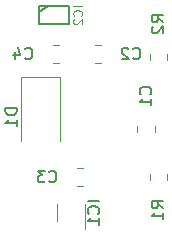
<source format=gbr>
%TF.GenerationSoftware,KiCad,Pcbnew,6.0.11+dfsg-1~bpo11+1*%
%TF.CreationDate,2023-05-28T01:06:14+00:00*%
%TF.ProjectId,ACOMP01,41434f4d-5030-4312-9e6b-696361645f70,rev?*%
%TF.SameCoordinates,Original*%
%TF.FileFunction,Legend,Bot*%
%TF.FilePolarity,Positive*%
%FSLAX46Y46*%
G04 Gerber Fmt 4.6, Leading zero omitted, Abs format (unit mm)*
G04 Created by KiCad (PCBNEW 6.0.11+dfsg-1~bpo11+1) date 2023-05-28 01:06:14*
%MOMM*%
%LPD*%
G01*
G04 APERTURE LIST*
%ADD10C,0.150000*%
%ADD11C,0.076200*%
%ADD12C,0.120000*%
G04 APERTURE END LIST*
D10*
%TO.C,C1*%
X15851142Y17184667D02*
X15898761Y17232286D01*
X15946380Y17375143D01*
X15946380Y17470381D01*
X15898761Y17613239D01*
X15803523Y17708477D01*
X15708285Y17756096D01*
X15517809Y17803715D01*
X15374952Y17803715D01*
X15184476Y17756096D01*
X15089238Y17708477D01*
X14994000Y17613239D01*
X14946380Y17470381D01*
X14946380Y17375143D01*
X14994000Y17232286D01*
X15041619Y17184667D01*
X15946380Y16232286D02*
X15946380Y16803715D01*
X15946380Y16518000D02*
X14946380Y16518000D01*
X15089238Y16613239D01*
X15184476Y16708477D01*
X15232095Y16803715D01*
%TO.C,D1*%
X4556380Y15978096D02*
X3556380Y15978096D01*
X3556380Y15740000D01*
X3604000Y15597143D01*
X3699238Y15501905D01*
X3794476Y15454286D01*
X3984952Y15406667D01*
X4127809Y15406667D01*
X4318285Y15454286D01*
X4413523Y15501905D01*
X4508761Y15597143D01*
X4556380Y15740000D01*
X4556380Y15978096D01*
X4556380Y14454286D02*
X4556380Y15025715D01*
X4556380Y14740000D02*
X3556380Y14740000D01*
X3699238Y14835239D01*
X3794476Y14930477D01*
X3842095Y15025715D01*
%TO.C,C4*%
X5246666Y20216858D02*
X5294285Y20169239D01*
X5437142Y20121620D01*
X5532380Y20121620D01*
X5675238Y20169239D01*
X5770476Y20264477D01*
X5818095Y20359715D01*
X5865714Y20550191D01*
X5865714Y20693048D01*
X5818095Y20883524D01*
X5770476Y20978762D01*
X5675238Y21074000D01*
X5532380Y21121620D01*
X5437142Y21121620D01*
X5294285Y21074000D01*
X5246666Y21026381D01*
X4389523Y20788286D02*
X4389523Y20121620D01*
X4627619Y21169239D02*
X4865714Y20454953D01*
X4246666Y20454953D01*
%TO.C,C3*%
X7278666Y9802858D02*
X7326285Y9755239D01*
X7469142Y9707620D01*
X7564380Y9707620D01*
X7707238Y9755239D01*
X7802476Y9850477D01*
X7850095Y9945715D01*
X7897714Y10136191D01*
X7897714Y10279048D01*
X7850095Y10469524D01*
X7802476Y10564762D01*
X7707238Y10660000D01*
X7564380Y10707620D01*
X7469142Y10707620D01*
X7326285Y10660000D01*
X7278666Y10612381D01*
X6945333Y10707620D02*
X6326285Y10707620D01*
X6659619Y10326667D01*
X6516761Y10326667D01*
X6421523Y10279048D01*
X6373904Y10231429D01*
X6326285Y10136191D01*
X6326285Y9898096D01*
X6373904Y9802858D01*
X6421523Y9755239D01*
X6516761Y9707620D01*
X6802476Y9707620D01*
X6897714Y9755239D01*
X6945333Y9802858D01*
%TO.C,R2*%
X16962380Y23280667D02*
X16486190Y23614000D01*
X16962380Y23852096D02*
X15962380Y23852096D01*
X15962380Y23471143D01*
X16010000Y23375905D01*
X16057619Y23328286D01*
X16152857Y23280667D01*
X16295714Y23280667D01*
X16390952Y23328286D01*
X16438571Y23375905D01*
X16486190Y23471143D01*
X16486190Y23852096D01*
X16057619Y22899715D02*
X16010000Y22852096D01*
X15962380Y22756858D01*
X15962380Y22518762D01*
X16010000Y22423524D01*
X16057619Y22375905D01*
X16152857Y22328286D01*
X16248095Y22328286D01*
X16390952Y22375905D01*
X16962380Y22947334D01*
X16962380Y22328286D01*
%TO.C,C2*%
X14390666Y20216858D02*
X14438285Y20169239D01*
X14581142Y20121620D01*
X14676380Y20121620D01*
X14819238Y20169239D01*
X14914476Y20264477D01*
X14962095Y20359715D01*
X15009714Y20550191D01*
X15009714Y20693048D01*
X14962095Y20883524D01*
X14914476Y20978762D01*
X14819238Y21074000D01*
X14676380Y21121620D01*
X14581142Y21121620D01*
X14438285Y21074000D01*
X14390666Y21026381D01*
X14009714Y21026381D02*
X13962095Y21074000D01*
X13866857Y21121620D01*
X13628761Y21121620D01*
X13533523Y21074000D01*
X13485904Y21026381D01*
X13438285Y20931143D01*
X13438285Y20835905D01*
X13485904Y20693048D01*
X14057333Y20121620D01*
X13438285Y20121620D01*
D11*
%TO.C,IC2*%
X10090694Y24619858D02*
X9328694Y24619858D01*
X10018122Y23821572D02*
X10054408Y23857858D01*
X10090694Y23966715D01*
X10090694Y24039286D01*
X10054408Y24148143D01*
X9981837Y24220715D01*
X9909265Y24257000D01*
X9764122Y24293286D01*
X9655265Y24293286D01*
X9510122Y24257000D01*
X9437551Y24220715D01*
X9364980Y24148143D01*
X9328694Y24039286D01*
X9328694Y23966715D01*
X9364980Y23857858D01*
X9401265Y23821572D01*
X9401265Y23531286D02*
X9364980Y23495000D01*
X9328694Y23422429D01*
X9328694Y23241000D01*
X9364980Y23168429D01*
X9401265Y23132143D01*
X9473837Y23095858D01*
X9546408Y23095858D01*
X9655265Y23132143D01*
X10090694Y23567572D01*
X10090694Y23095858D01*
D10*
%TO.C,IC1*%
X11546380Y8113591D02*
X10546380Y8113591D01*
X11451142Y7065972D02*
X11498761Y7113591D01*
X11546380Y7256448D01*
X11546380Y7351686D01*
X11498761Y7494543D01*
X11403523Y7589781D01*
X11308285Y7637400D01*
X11117809Y7685020D01*
X10974952Y7685020D01*
X10784476Y7637400D01*
X10689238Y7589781D01*
X10594000Y7494543D01*
X10546380Y7351686D01*
X10546380Y7256448D01*
X10594000Y7113591D01*
X10641619Y7065972D01*
X11546380Y6113591D02*
X11546380Y6685020D01*
X11546380Y6399305D02*
X10546380Y6399305D01*
X10689238Y6494543D01*
X10784476Y6589781D01*
X10832095Y6685020D01*
%TO.C,R1*%
X16962380Y7532667D02*
X16486190Y7866000D01*
X16962380Y8104096D02*
X15962380Y8104096D01*
X15962380Y7723143D01*
X16010000Y7627905D01*
X16057619Y7580286D01*
X16152857Y7532667D01*
X16295714Y7532667D01*
X16390952Y7580286D01*
X16438571Y7627905D01*
X16486190Y7723143D01*
X16486190Y8104096D01*
X16962380Y6580286D02*
X16962380Y7151715D01*
X16962380Y6866000D02*
X15962380Y6866000D01*
X16105238Y6961239D01*
X16200476Y7056477D01*
X16248095Y7151715D01*
D12*
%TO.C,C1*%
X16229000Y14485252D02*
X16229000Y13962748D01*
X14759000Y14485252D02*
X14759000Y13962748D01*
%TO.C,D1*%
X4954000Y18640000D02*
X8254000Y18640000D01*
X4954000Y18640000D02*
X4954000Y13240000D01*
X8254000Y18640000D02*
X8254000Y13240000D01*
%TO.C,C4*%
X8135252Y21309000D02*
X7612748Y21309000D01*
X8135252Y19839000D02*
X7612748Y19839000D01*
%TO.C,C3*%
X9644748Y9425000D02*
X10167252Y9425000D01*
X9644748Y10895000D02*
X10167252Y10895000D01*
%TO.C,R2*%
X15800400Y20092936D02*
X15800400Y20547064D01*
X17270400Y20092936D02*
X17270400Y20547064D01*
%TO.C,C2*%
X11168748Y21309000D02*
X11691252Y21309000D01*
X11168748Y19839000D02*
X11691252Y19839000D01*
D10*
%TO.C,IC2*%
X9017000Y24638000D02*
X6413500Y24638000D01*
X9017000Y23114000D02*
X9017000Y24638000D01*
X6413500Y24638000D02*
X6413500Y23114000D01*
X7239000Y24638000D02*
X6477000Y24130000D01*
X6413500Y23114000D02*
X9017000Y23114000D01*
D12*
%TO.C,IC1*%
X7984000Y6462400D02*
X7984000Y7872400D01*
X10304000Y7872400D02*
X10304000Y5787400D01*
%TO.C,R1*%
X17270400Y9932936D02*
X17270400Y10387064D01*
X15800400Y9932936D02*
X15800400Y10387064D01*
%TD*%
M02*

</source>
